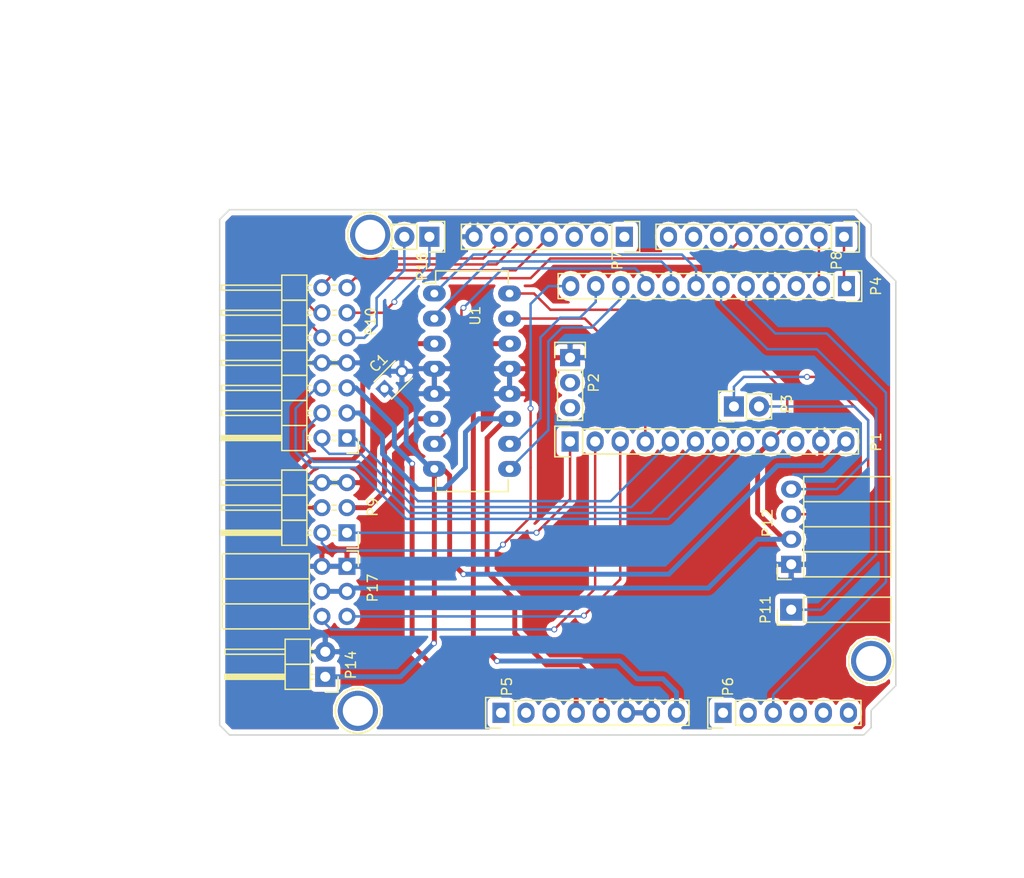
<source format=kicad_pcb>
(kicad_pcb (version 4) (host pcbnew 4.0.2-stable)
  (layers (0 F.Cu signal) (31 B.Cu signal) (34 B.Paste user) (35 F.Paste user) (36 B.SilkS user) (37 F.SilkS user) (38 B.Mask user) (39 F.Mask user) (44 Edge.Cuts user))
  (net 0 "")
  (net 1 VIN)
  (net 2 GND)
  (net 3 10PM)
  (net 4 A0U)
  (net 5 A1U)
  (net 6 A0PM)
  (net 7 A1PM)
  (net 8 A2PM)
  (net 9 A3PM)
  (net 10 VCCPM)
  (net 11 "Net-(P2-Pad2)")
  (net 12 "Net-(P2-Pad3)")
  (net 13 A4PM)
  (net 14 A5PM)
  (net 15 RX0U)
  (net 16 TX1U)
  (net 17 2PM)
  (net 18 3PM)
  (net 19 4PM)
  (net 20 5PM)
  (net 21 6PM)
  (net 22 7PM)
  (net 23 8PM)
  (net 24 9PM)
  (net 25 "Net-(P5-Pad1)")
  (net 26 "Net-(P5-Pad2)")
  (net 27 "Net-(P5-Pad3)")
  (net 28 3.3VU)
  (net 29 5VU)
  (net 30 VINU)
  (net 31 "Net-(P6-Pad4)")
  (net 32 SDAU)
  (net 33 SCLU)
  (net 34 "Net-(P7-Pad1)")
  (net 35 "Net-(P7-Pad2)")
  (net 36 "Net-(P7-Pad3)")
  (net 37 MOSIU)
  (net 38 MISOU)
  (net 39 CLKU)
  (net 40 "Net-(P8-Pad3)")
  (net 41 "Net-(P8-Pad4)")
  (net 42 SS)
  (net 43 "Net-(P8-Pad6)")
  (net 44 "Net-(P8-Pad7)")
  (net 45 "Net-(P8-Pad8)")
  (net 46 VM1)
  (net 47 VM2)
  (net 48 "Net-(P1-Pad10)")
  (net 49 "Net-(P4-Pad3)")
  (net 50 "Net-(P6-Pad5)")
  (net 51 "Net-(P6-Pad6)")
  (net 52 "Net-(P6-Pad1)")
  (net 53 "Net-(P6-Pad2)")
  (net 54 13PM)
  (module Socket_Strips:Socket_Strip_Angled_2x03 (layer F.Cu) (at 113.4 98.4 270)
    (fp_text reference P17 (at 2.2 -2.6 270) (layer F.SilkS))
    (fp_text value "")
    (pad 1 thru_hole rect (at 0 0 270) (size 1.7272 1.7272) (drill 1.016) (layers *.Cu *.Mask) (net 2 GND))
    (pad 2 thru_hole oval (at 0 2.54 270) (size 1.7272 1.7272) (drill 1.016) (layers *.Cu *.Mask) (net 2 GND))
    (pad 3 thru_hole oval (at 2.54 0 270) (size 1.7272 1.7272) (drill 1.016) (layers *.Cu *.Mask) (net 10 VCCPM))
    (pad 4 thru_hole oval (at 2.54 2.54 270) (size 1.7272 1.7272) (drill 1.016) (layers *.Cu *.Mask) (net 10 VCCPM))
    (pad 5 thru_hole oval (at 5.08 0 270) (size 1.7272 1.7272) (drill 1.016) (layers *.Cu *.Mask) (net 5 A1U))
    (pad 6 thru_hole oval (at 5.08 2.54 270) (size 1.7272 1.7272) (drill 1.016) (layers *.Cu *.Mask) (net 4 A0U))
  )
  (module Connectors:1pin (layer F.Cu) (at 166.5 108)
    (fp_text reference "" (at 7.1 -1) (layer F.SilkS))
    (fp_text value "")
    (pad 1 thru_hole circle (at 0 0) (size 4.064 4.064) (drill 3.048) (layers *.Cu *.Mask))
  )
  (module Pin_Headers:Pin_Header_Straight_1x12 (layer F.Cu) (at 164 70 270)
    (fp_text reference P4 (at 0 -3 270) (layer F.SilkS))
    (fp_text value "")
    (pad 1 thru_hole rect (at 0 0 270) (size 2.032 1.7272) (drill 1.016) (layers *.Cu *.Mask) (net 15 RX0U))
    (pad 2 thru_hole oval (at 0 2.54 270) (size 2.032 1.7272) (drill 1.016) (layers *.Cu *.Mask) (net 16 TX1U))
    (pad 3 thru_hole oval (at 0 5.08 270) (size 2.032 1.7272) (drill 1.016) (layers *.Cu *.Mask) (net 49 "Net-(P4-Pad3)"))
    (pad 4 thru_hole oval (at 0 7.62 270) (size 2.032 1.7272) (drill 1.016) (layers *.Cu *.Mask) (net 2 GND))
    (pad 5 thru_hole oval (at 0 10.16 270) (size 2.032 1.7272) (drill 1.016) (layers *.Cu *.Mask) (net 17 2PM))
    (pad 6 thru_hole oval (at 0 12.7 270) (size 2.032 1.7272) (drill 1.016) (layers *.Cu *.Mask) (net 18 3PM))
    (pad 7 thru_hole oval (at 0 15.24 270) (size 2.032 1.7272) (drill 1.016) (layers *.Cu *.Mask) (net 19 4PM))
    (pad 8 thru_hole oval (at 0 17.78 270) (size 2.032 1.7272) (drill 1.016) (layers *.Cu *.Mask) (net 20 5PM))
    (pad 9 thru_hole oval (at 0 20.32 270) (size 2.032 1.7272) (drill 1.016) (layers *.Cu *.Mask) (net 21 6PM))
    (pad 10 thru_hole oval (at 0 22.86 270) (size 2.032 1.7272) (drill 1.016) (layers *.Cu *.Mask) (net 22 7PM))
    (pad 11 thru_hole oval (at 0 25.4 270) (size 2.032 1.7272) (drill 1.016) (layers *.Cu *.Mask) (net 23 8PM))
    (pad 12 thru_hole oval (at 0 27.94 270) (size 2.032 1.7272) (drill 1.016) (layers *.Cu *.Mask) (net 24 9PM))
  )
  (module Capacitors_ThroughHole:C_Disc_D3_P2.5 (layer F.Cu) (at 117.2 80.4 45)
    (fp_text reference C1 (at 1.414214 -2.262742 45) (layer F.SilkS))
    (fp_text value 1uF)
    (pad 1 thru_hole rect (at 0 0 45) (size 1.3 1.3) (drill 0.8) (layers *.Cu *.Mask) (net 1 VIN))
    (pad 2 thru_hole circle (at 2.5 0 45) (size 1.3 1.3) (drill 0.8001) (layers *.Cu *.Mask) (net 2 GND))
  )
  (module Pin_Headers:Pin_Header_Straight_1x12 (layer F.Cu) (at 136 85.75 90)
    (fp_text reference P1 (at -0.05 31 90) (layer F.SilkS))
    (fp_text value "")
    (pad 1 thru_hole rect (at 0 0 90) (size 2.032 1.7272) (drill 1.016) (layers *.Cu *.Mask) (net 3 10PM))
    (pad 2 thru_hole oval (at 0 2.54 90) (size 2.032 1.7272) (drill 1.016) (layers *.Cu *.Mask) (net 4 A0U))
    (pad 3 thru_hole oval (at 0 5.08 90) (size 2.032 1.7272) (drill 1.016) (layers *.Cu *.Mask) (net 5 A1U))
    (pad 4 thru_hole oval (at 0 7.62 90) (size 2.032 1.7272) (drill 1.016) (layers *.Cu *.Mask) (net 54 13PM))
    (pad 5 thru_hole oval (at 0 10.16 90) (size 2.032 1.7272) (drill 1.016) (layers *.Cu *.Mask) (net 6 A0PM))
    (pad 6 thru_hole oval (at 0 12.7 90) (size 2.032 1.7272) (drill 1.016) (layers *.Cu *.Mask) (net 7 A1PM))
    (pad 7 thru_hole oval (at 0 15.24 90) (size 2.032 1.7272) (drill 1.016) (layers *.Cu *.Mask) (net 8 A2PM))
    (pad 8 thru_hole oval (at 0 17.78 90) (size 2.032 1.7272) (drill 1.016) (layers *.Cu *.Mask) (net 9 A3PM))
    (pad 9 thru_hole oval (at 0 20.32 90) (size 2.032 1.7272) (drill 1.016) (layers *.Cu *.Mask) (net 10 VCCPM))
    (pad 10 thru_hole oval (at 0 22.86 90) (size 2.032 1.7272) (drill 1.016) (layers *.Cu *.Mask) (net 48 "Net-(P1-Pad10)"))
    (pad 11 thru_hole oval (at 0 25.4 90) (size 2.032 1.7272) (drill 1.016) (layers *.Cu *.Mask) (net 2 GND))
    (pad 12 thru_hole oval (at 0 27.94 90) (size 2.032 1.7272) (drill 1.016) (layers *.Cu *.Mask) (net 1 VIN))
  )
  (module Pin_Headers:Pin_Header_Straight_1x03 (layer F.Cu) (at 136 77.25)
    (fp_text reference P2 (at 2.4 2.55 90) (layer F.SilkS))
    (fp_text value "")
    (pad 1 thru_hole rect (at 0 0) (size 2.032 1.7272) (drill 1.016) (layers *.Cu *.Mask) (net 2 GND))
    (pad 2 thru_hole oval (at 0 2.54) (size 2.032 1.7272) (drill 1.016) (layers *.Cu *.Mask) (net 11 "Net-(P2-Pad2)"))
    (pad 3 thru_hole oval (at 0 5.08) (size 2.032 1.7272) (drill 1.016) (layers *.Cu *.Mask) (net 12 "Net-(P2-Pad3)"))
  )
  (module Pin_Headers:Pin_Header_Straight_1x02 (layer F.Cu) (at 152.6 82.2 90)
    (fp_text reference P3 (at 0.25 5.35 90) (layer F.SilkS))
    (fp_text value "")
    (pad 1 thru_hole rect (at 0 0 90) (size 2.032 2.032) (drill 1.016) (layers *.Cu *.Mask) (net 13 A4PM))
    (pad 2 thru_hole oval (at 0 2.54 90) (size 2.032 2.032) (drill 1.016) (layers *.Cu *.Mask) (net 14 A5PM))
  )
  (module Pin_Headers:Pin_Header_Straight_1x08 (layer F.Cu) (at 129 113.25 90)
    (fp_text reference P5 (at 2.65 0.6 90) (layer F.SilkS))
    (fp_text value "")
    (pad 1 thru_hole rect (at 0 0 90) (size 2.032 1.7272) (drill 1.016) (layers *.Cu *.Mask) (net 25 "Net-(P5-Pad1)"))
    (pad 2 thru_hole oval (at 0 2.54 90) (size 2.032 1.7272) (drill 1.016) (layers *.Cu *.Mask) (net 26 "Net-(P5-Pad2)"))
    (pad 3 thru_hole oval (at 0 5.08 90) (size 2.032 1.7272) (drill 1.016) (layers *.Cu *.Mask) (net 27 "Net-(P5-Pad3)"))
    (pad 4 thru_hole oval (at 0 7.62 90) (size 2.032 1.7272) (drill 1.016) (layers *.Cu *.Mask) (net 28 3.3VU))
    (pad 5 thru_hole oval (at 0 10.16 90) (size 2.032 1.7272) (drill 1.016) (layers *.Cu *.Mask) (net 29 5VU))
    (pad 6 thru_hole oval (at 0 12.7 90) (size 2.032 1.7272) (drill 1.016) (layers *.Cu *.Mask) (net 2 GND))
    (pad 7 thru_hole oval (at 0 15.24 90) (size 2.032 1.7272) (drill 1.016) (layers *.Cu *.Mask) (net 2 GND))
    (pad 8 thru_hole oval (at 0 17.78 90) (size 2.032 1.7272) (drill 1.016) (layers *.Cu *.Mask) (net 30 VINU))
  )
  (module Pin_Headers:Pin_Header_Straight_1x06 (layer F.Cu) (at 151.5 113.25 90)
    (fp_text reference P6 (at 2.65 0.5 90) (layer F.SilkS))
    (fp_text value "")
    (pad 1 thru_hole rect (at 0 0 90) (size 2.032 1.7272) (drill 1.016) (layers *.Cu *.Mask) (net 52 "Net-(P6-Pad1)"))
    (pad 2 thru_hole oval (at 0 2.54 90) (size 2.032 1.7272) (drill 1.016) (layers *.Cu *.Mask) (net 53 "Net-(P6-Pad2)"))
    (pad 3 thru_hole oval (at 0 5.08 90) (size 2.032 1.7272) (drill 1.016) (layers *.Cu *.Mask) (net 17 2PM))
    (pad 4 thru_hole oval (at 0 7.62 90) (size 2.032 1.7272) (drill 1.016) (layers *.Cu *.Mask) (net 31 "Net-(P6-Pad4)"))
    (pad 5 thru_hole oval (at 0 10.16 90) (size 2.032 1.7272) (drill 1.016) (layers *.Cu *.Mask) (net 50 "Net-(P6-Pad5)"))
    (pad 6 thru_hole oval (at 0 12.7 90) (size 2.032 1.7272) (drill 1.016) (layers *.Cu *.Mask) (net 51 "Net-(P6-Pad6)"))
  )
  (module Pin_Headers:Pin_Header_Straight_1x07 (layer F.Cu) (at 141.5 65 270)
    (fp_text reference P7 (at 2.4 0.7 270) (layer F.SilkS))
    (fp_text value "")
    (pad 1 thru_hole rect (at 0 0 270) (size 2.032 1.7272) (drill 1.016) (layers *.Cu *.Mask) (net 34 "Net-(P7-Pad1)"))
    (pad 2 thru_hole oval (at 0 2.54 270) (size 2.032 1.7272) (drill 1.016) (layers *.Cu *.Mask) (net 35 "Net-(P7-Pad2)"))
    (pad 3 thru_hole oval (at 0 5.08 270) (size 2.032 1.7272) (drill 1.016) (layers *.Cu *.Mask) (net 36 "Net-(P7-Pad3)"))
    (pad 4 thru_hole oval (at 0 7.62 270) (size 2.032 1.7272) (drill 1.016) (layers *.Cu *.Mask) (net 37 MOSIU))
    (pad 5 thru_hole oval (at 0 10.16 270) (size 2.032 1.7272) (drill 1.016) (layers *.Cu *.Mask) (net 38 MISOU))
    (pad 6 thru_hole oval (at 0 12.7 270) (size 2.032 1.7272) (drill 1.016) (layers *.Cu *.Mask) (net 39 CLKU))
    (pad 7 thru_hole oval (at 0 15.24 270) (size 2.032 1.7272) (drill 1.016) (layers *.Cu *.Mask) (net 2 GND))
  )
  (module Pin_Headers:Pin_Header_Straight_1x08 (layer F.Cu) (at 163.75 65 270)
    (fp_text reference P8 (at 2.4 0.75 270) (layer F.SilkS))
    (fp_text value "")
    (pad 1 thru_hole rect (at 0 0 270) (size 2.032 1.7272) (drill 1.016) (layers *.Cu *.Mask) (net 15 RX0U))
    (pad 2 thru_hole oval (at 0 2.54 270) (size 2.032 1.7272) (drill 1.016) (layers *.Cu *.Mask) (net 16 TX1U))
    (pad 3 thru_hole oval (at 0 5.08 270) (size 2.032 1.7272) (drill 1.016) (layers *.Cu *.Mask) (net 40 "Net-(P8-Pad3)"))
    (pad 4 thru_hole oval (at 0 7.62 270) (size 2.032 1.7272) (drill 1.016) (layers *.Cu *.Mask) (net 41 "Net-(P8-Pad4)"))
    (pad 5 thru_hole oval (at 0 10.16 270) (size 2.032 1.7272) (drill 1.016) (layers *.Cu *.Mask) (net 42 SS))
    (pad 6 thru_hole oval (at 0 12.7 270) (size 2.032 1.7272) (drill 1.016) (layers *.Cu *.Mask) (net 43 "Net-(P8-Pad6)"))
    (pad 7 thru_hole oval (at 0 15.24 270) (size 2.032 1.7272) (drill 1.016) (layers *.Cu *.Mask) (net 44 "Net-(P8-Pad7)"))
    (pad 8 thru_hole oval (at 0 17.78 270) (size 2.032 1.7272) (drill 1.016) (layers *.Cu *.Mask) (net 45 "Net-(P8-Pad8)"))
  )
  (module Pin_Headers:Pin_Header_Angled_2x03 (layer F.Cu) (at 113.4 95 180)
    (fp_text reference P9 (at -2.6 2.6 270) (layer F.SilkS))
    (fp_text value "")
    (pad 1 thru_hole rect (at 0 0 180) (size 1.7272 1.7272) (drill 1.016) (layers *.Cu *.Mask) (net 3 10PM))
    (pad 2 thru_hole oval (at 2.54 0 180) (size 1.7272 1.7272) (drill 1.016) (layers *.Cu *.Mask) (net 24 9PM))
    (pad 3 thru_hole oval (at 0 2.54 180) (size 1.7272 1.7272) (drill 1.016) (layers *.Cu *.Mask) (net 46 VM1))
    (pad 4 thru_hole oval (at 2.54 2.54 180) (size 1.7272 1.7272) (drill 1.016) (layers *.Cu *.Mask) (net 47 VM2))
    (pad 5 thru_hole oval (at 0 5.08 180) (size 1.7272 1.7272) (drill 1.016) (layers *.Cu *.Mask) (net 2 GND))
    (pad 6 thru_hole oval (at 2.54 5.08 180) (size 1.7272 1.7272) (drill 1.016) (layers *.Cu *.Mask) (net 2 GND))
  )
  (module Pin_Headers:Pin_Header_Angled_2x07 (layer F.Cu) (at 113.4 85.4 180)
    (fp_text reference P10 (at -2.4 11.8 270) (layer F.SilkS))
    (fp_text value "")
    (pad 1 thru_hole rect (at 0 0 180) (size 1.7272 1.7272) (drill 1.016) (layers *.Cu *.Mask) (net 6 A0PM))
    (pad 2 thru_hole oval (at 2.54 0 180) (size 1.7272 1.7272) (drill 1.016) (layers *.Cu *.Mask) (net 7 A1PM))
    (pad 3 thru_hole oval (at 0 2.54 180) (size 1.7272 1.7272) (drill 1.016) (layers *.Cu *.Mask) (net 29 5VU))
    (pad 4 thru_hole oval (at 2.54 2.54 180) (size 1.7272 1.7272) (drill 1.016) (layers *.Cu *.Mask) (net 8 A2PM))
    (pad 5 thru_hole oval (at 0 5.08 180) (size 1.7272 1.7272) (drill 1.016) (layers *.Cu *.Mask) (net 28 3.3VU))
    (pad 6 thru_hole oval (at 2.54 5.08 180) (size 1.7272 1.7272) (drill 1.016) (layers *.Cu *.Mask) (net 9 A3PM))
    (pad 7 thru_hole oval (at 0 7.62 180) (size 1.7272 1.7272) (drill 1.016) (layers *.Cu *.Mask) (net 2 GND))
    (pad 8 thru_hole oval (at 2.54 7.62 180) (size 1.7272 1.7272) (drill 1.016) (layers *.Cu *.Mask) (net 2 GND))
    (pad 9 thru_hole oval (at 0 10.16 180) (size 1.7272 1.7272) (drill 1.016) (layers *.Cu *.Mask) (net 33 SCLU))
    (pad 10 thru_hole oval (at 2.54 10.16 180) (size 1.7272 1.7272) (drill 1.016) (layers *.Cu *.Mask) (net 39 CLKU))
    (pad 11 thru_hole oval (at 0 12.7 180) (size 1.7272 1.7272) (drill 1.016) (layers *.Cu *.Mask) (net 32 SDAU))
    (pad 12 thru_hole oval (at 2.54 12.7 180) (size 1.7272 1.7272) (drill 1.016) (layers *.Cu *.Mask) (net 38 MISOU))
    (pad 13 thru_hole oval (at 0 15.24 180) (size 1.7272 1.7272) (drill 1.016) (layers *.Cu *.Mask) (net 42 SS))
    (pad 14 thru_hole oval (at 2.54 15.24 180) (size 1.7272 1.7272) (drill 1.016) (layers *.Cu *.Mask) (net 37 MOSIU))
  )
  (module Pin_Headers:Pin_Header_Angled_1x02 (layer F.Cu) (at 111.2 109.6 180)
    (fp_text reference P14 (at -2.6 1.2 270) (layer F.SilkS))
    (fp_text value "")
    (pad 1 thru_hole rect (at 0 0 180) (size 2.032 2.032) (drill 1.016) (layers *.Cu *.Mask) (net 1 VIN))
    (pad 2 thru_hole oval (at 0 2.54 180) (size 2.032 2.032) (drill 1.016) (layers *.Cu *.Mask) (net 2 GND))
  )
  (module Housings_DIP:DIP-16_W7.62mm_LongPads (layer F.Cu) (at 122.25 70.75)
    (fp_text reference U1 (at 4.15 2.25 90) (layer F.SilkS))
    (fp_text value SN75441)
    (pad 1 thru_hole oval (at 0 0) (size 2.3 1.6) (drill 0.8) (layers *.Cu *.Mask) (net 19 4PM))
    (pad 2 thru_hole oval (at 0 2.54) (size 2.3 1.6) (drill 0.8) (layers *.Cu *.Mask) (net 20 5PM))
    (pad 3 thru_hole oval (at 0 5.08) (size 2.3 1.6) (drill 0.8) (layers *.Cu *.Mask) (net 47 VM2))
    (pad 4 thru_hole oval (at 0 7.62) (size 2.3 1.6) (drill 0.8) (layers *.Cu *.Mask) (net 2 GND))
    (pad 5 thru_hole oval (at 0 10.16) (size 2.3 1.6) (drill 0.8) (layers *.Cu *.Mask) (net 2 GND))
    (pad 6 thru_hole oval (at 0 12.7) (size 2.3 1.6) (drill 0.8) (layers *.Cu *.Mask) (net 46 VM1))
    (pad 7 thru_hole oval (at 0 15.24) (size 2.3 1.6) (drill 0.8) (layers *.Cu *.Mask) (net 21 6PM))
    (pad 8 thru_hole oval (at 0 17.78) (size 2.3 1.6) (drill 0.8) (layers *.Cu *.Mask) (net 1 VIN))
    (pad 9 thru_hole oval (at 7.62 17.78) (size 2.3 1.6) (drill 0.8) (layers *.Cu *.Mask) (net 22 7PM))
    (pad 10 thru_hole oval (at 7.62 15.24) (size 2.3 1.6) (drill 0.8) (layers *.Cu *.Mask) (net 23 8PM))
    (pad 11 thru_hole oval (at 7.62 12.7) (size 2.3 1.6) (drill 0.8) (layers *.Cu *.Mask) (net 29 5VU))
    (pad 12 thru_hole oval (at 7.62 10.16) (size 2.3 1.6) (drill 0.8) (layers *.Cu *.Mask) (net 2 GND))
    (pad 13 thru_hole oval (at 7.62 7.62) (size 2.3 1.6) (drill 0.8) (layers *.Cu *.Mask) (net 2 GND))
    (pad 14 thru_hole oval (at 7.62 5.08) (size 2.3 1.6) (drill 0.8) (layers *.Cu *.Mask) (net 30 VINU))
    (pad 15 thru_hole oval (at 7.62 2.54) (size 2.3 1.6) (drill 0.8) (layers *.Cu *.Mask) (net 54 13PM))
    (pad 16 thru_hole oval (at 7.62 0) (size 2.3 1.6) (drill 0.8) (layers *.Cu *.Mask) (net 10 VCCPM))
  )
  (module Pin_Headers:Pin_Header_Straight_1x02 (layer F.Cu) (at 121.75 65 270)
    (fp_text reference P16 (at 3 0.75 270) (layer F.SilkS))
    (fp_text value "")
    (pad 1 thru_hole rect (at 0 0 270) (size 2.032 2.032) (drill 1.016) (layers *.Cu *.Mask) (net 32 SDAU))
    (pad 2 thru_hole oval (at 0 2.54 270) (size 2.032 2.032) (drill 1.016) (layers *.Cu *.Mask) (net 33 SCLU))
  )
  (module Connectors:1pin (layer F.Cu) (at 115.75 64.8)
    (fp_text reference "" (at -3.95 2.6) (layer F.SilkS))
    (fp_text value "")
    (pad 1 thru_hole circle (at 0 0) (size 4.064 4.064) (drill 3.048) (layers *.Cu *.Mask))
  )
  (module Connectors:1pin (layer F.Cu) (at 114.5 113.05)
    (fp_text reference "" (at 0 -3.048) (layer F.SilkS))
    (fp_text value "")
    (pad 1 thru_hole circle (at 0 0) (size 4.064 4.064) (drill 3.048) (layers *.Cu *.Mask))
  )
  (module Socket_Strips:Socket_Strip_Angled_1x04 (layer F.Cu) (at 158.4 98.2 90)
    (fp_text reference P12 (at 4.2 -2.4 90) (layer F.SilkS))
    (fp_text value "")
    (pad 1 thru_hole rect (at 0 0 90) (size 1.7272 2.032) (drill 1.016) (layers *.Cu *.Mask) (net 2 GND))
    (pad 2 thru_hole oval (at 2.54 0 90) (size 1.7272 2.032) (drill 1.016) (layers *.Cu *.Mask) (net 10 VCCPM))
    (pad 3 thru_hole oval (at 5.08 0 90) (size 1.7272 2.032) (drill 1.016) (layers *.Cu *.Mask) (net 13 A4PM))
    (pad 4 thru_hole oval (at 7.62 0 90) (size 1.7272 2.032) (drill 1.016) (layers *.Cu *.Mask) (net 14 A5PM))
  )
  (module Socket_Strips:Socket_Strip_Angled_1x01 (layer F.Cu) (at 158.4 102.8 90)
    (fp_text reference P11 (at 0 -2.6 90) (layer F.SilkS))
    (fp_text value "")
    (pad 1 thru_hole rect (at 0 0 90) (size 2.2352 2.2352) (drill 1.016) (layers *.Cu *.Mask) (net 18 3PM))
  )
  (gr_line (start 101.5 62.25) (end 165 62.25) (angle 90) (layer Edge.Cuts) (width 0.15))
  (gr_line (start 100.5 63.25) (end 101.5 62.25) (angle 90) (layer Edge.Cuts) (width 0.15))
  (gr_line (start 100.5 114.5) (end 100.5 63.25) (angle 90) (layer Edge.Cuts) (width 0.15))
  (gr_line (start 101.5 115.5) (end 100.5 114.5) (angle 90) (layer Edge.Cuts) (width 0.15))
  (gr_line (start 165.75 115.5) (end 101.5 115.5) (angle 90) (layer Edge.Cuts) (width 0.15))
  (gr_line (start 166.5 114.75) (end 165.75 115.5) (angle 90) (layer Edge.Cuts) (width 0.15))
  (gr_line (start 166.5 113) (end 166.5 114.75) (angle 90) (layer Edge.Cuts) (width 0.15))
  (gr_line (start 169 110.5) (end 166.5 113) (angle 90) (layer Edge.Cuts) (width 0.15))
  (gr_line (start 169 69.5) (end 169 110.5) (angle 90) (layer Edge.Cuts) (width 0.15))
  (gr_line (start 166.5 67) (end 169 69.5) (angle 90) (layer Edge.Cuts) (width 0.15))
  (gr_line (start 166.5 63.75) (end 166.5 67) (angle 90) (layer Edge.Cuts) (width 0.15))
  (gr_line (start 165 62.25) (end 166.5 63.75) (angle 90) (layer Edge.Cuts) (width 0.15))
  (segment (start 117.2 80.4) (end 117.4 80.4) (width 0.5) (layer B.Cu) (net 1))
  (segment (start 117.4 80.4) (end 119.4 82.4) (width 0.5) (layer B.Cu) (net 1))
  (segment (start 119.4 82.4) (end 119.4 86) (width 0.5) (layer B.Cu) (net 1))
  (segment (start 119.4 86) (end 121.93 88.53) (width 0.5) (layer B.Cu) (net 1))
  (segment (start 121.93 88.53) (end 122.25 88.53) (width 0.5) (layer B.Cu) (net 1))
  (segment (start 122.25 88.53) (end 122.13 88.53) (width 0.25) (layer B.Cu) (net 1))
  (segment (start 122.25 88.53) (end 123.13 88.53) (width 0.5) (layer F.Cu) (net 1))
  (segment (start 123.13 88.53) (end 123.8 89.2) (width 0.5) (layer F.Cu) (net 1))
  (segment (start 161.49 88.2) (end 163.94 85.75) (width 0.5) (layer B.Cu) (net 1))
  (segment (start 157 88.2) (end 161.49 88.2) (width 0.5) (layer B.Cu) (net 1))
  (segment (start 146 99.2) (end 157 88.2) (width 0.5) (layer B.Cu) (net 1))
  (segment (start 125.2 99.2) (end 146 99.2) (width 0.5) (layer B.Cu) (net 1))
  (via (at 125.2 99.2) (size 0.6) (drill 0.4) (layers F.Cu B.Cu) (net 1))
  (segment (start 123.8 97.8) (end 125.2 99.2) (width 0.5) (layer F.Cu) (net 1))
  (segment (start 123.8 89.2) (end 123.8 97.8) (width 0.5) (layer F.Cu) (net 1))
  (segment (start 121.93 88.53) (end 122.25 88.53) (width 0.25) (layer B.Cu) (net 1))
  (segment (start 122.25 88.53) (end 122.25 106.15) (width 0.5) (layer F.Cu) (net 1))
  (segment (start 118.8 109.6) (end 111.2 109.6) (width 0.5) (layer B.Cu) (net 1))
  (segment (start 122.2 106.2) (end 118.8 109.6) (width 0.5) (layer B.Cu) (net 1))
  (via (at 122.2 106.2) (size 0.6) (drill 0.4) (layers F.Cu B.Cu) (net 1))
  (segment (start 122.25 106.15) (end 122.2 106.2) (width 0.5) (layer F.Cu) (net 1))
  (segment (start 122.25 88.53) (end 121.93 88.53) (width 0.5) (layer B.Cu) (net 1))
  (segment (start 136 85.75) (end 136 91.6) (width 0.25) (layer F.Cu) (net 3))
  (segment (start 132.6 95) (end 113.4 95) (width 0.25) (layer B.Cu) (net 3))
  (via (at 132.6 95) (size 0.6) (drill 0.4) (layers F.Cu B.Cu) (net 3))
  (segment (start 136 91.6) (end 132.6 95) (width 0.25) (layer F.Cu) (net 3))
  (segment (start 138.54 85.75) (end 138.54 100.66) (width 0.25) (layer F.Cu) (net 4))
  (segment (start 111.8 104.8) (end 110.86 103.86) (width 0.25) (layer B.Cu) (net 4))
  (segment (start 116.2 104.8) (end 111.8 104.8) (width 0.25) (layer B.Cu) (net 4))
  (segment (start 134.4 104.8) (end 116.2 104.8) (width 0.25) (layer B.Cu) (net 4))
  (via (at 134.4 104.8) (size 0.6) (drill 0.4) (layers F.Cu B.Cu) (net 4))
  (segment (start 138.54 100.66) (end 134.4 104.8) (width 0.25) (layer F.Cu) (net 4))
  (segment (start 110.86 103.86) (end 110.86 103.48) (width 0.25) (layer B.Cu) (net 4))
  (segment (start 141.08 85.75) (end 141.08 99.72) (width 0.25) (layer F.Cu) (net 5))
  (segment (start 137.32 103.48) (end 113.4 103.48) (width 0.25) (layer B.Cu) (net 5))
  (segment (start 137.4 103.4) (end 137.32 103.48) (width 0.25) (layer B.Cu) (net 5))
  (via (at 137.4 103.4) (size 0.6) (drill 0.4) (layers F.Cu B.Cu) (net 5))
  (segment (start 141.08 99.72) (end 137.4 103.4) (width 0.25) (layer F.Cu) (net 5))
  (segment (start 113.4 85.4) (end 114.2 85.4) (width 0.25) (layer B.Cu) (net 6))
  (segment (start 114.2 85.4) (end 120.6 91.8) (width 0.25) (layer B.Cu) (net 6))
  (segment (start 120.6 91.8) (end 140.11 91.8) (width 0.25) (layer B.Cu) (net 6))
  (segment (start 140.11 91.8) (end 146.16 85.75) (width 0.25) (layer B.Cu) (net 6))
  (segment (start 146.16 85.75) (end 146.16 85.84) (width 0.25) (layer B.Cu) (net 6))
  (segment (start 110.86 86.26) (end 110.86 85.4) (width 0.25) (layer B.Cu) (net 7))
  (segment (start 111.6 87) (end 110.86 86.26) (width 0.25) (layer B.Cu) (net 7))
  (segment (start 114.8 87) (end 111.6 87) (width 0.25) (layer B.Cu) (net 7))
  (segment (start 120.2 92.4) (end 114.8 87) (width 0.25) (layer B.Cu) (net 7))
  (segment (start 142.2 92.4) (end 120.2 92.4) (width 0.25) (layer B.Cu) (net 7))
  (segment (start 148.7 85.9) (end 142.2 92.4) (width 0.25) (layer B.Cu) (net 7))
  (segment (start 148.7 85.75) (end 148.7 85.9) (width 0.25) (layer B.Cu) (net 7))
  (segment (start 110.86 85.4) (end 110.86 86.06) (width 0.25) (layer B.Cu) (net 7))
  (segment (start 148.7 85.75) (end 148.65 85.75) (width 0.25) (layer B.Cu) (net 7))
  (segment (start 110.86 85.4) (end 110.86 85.66) (width 0.25) (layer B.Cu) (net 7))
  (segment (start 110.86 86.26) (end 110.86 85.4) (width 0.25) (layer B.Cu) (net 7))
  (segment (start 148.7 85.75) (end 148.7 85.9) (width 0.25) (layer B.Cu) (net 7))
  (segment (start 151.24 85.75) (end 151.24 85.96) (width 0.25) (layer B.Cu) (net 8))
  (segment (start 151.24 85.96) (end 144.2 93) (width 0.25) (layer B.Cu) (net 8))
  (segment (start 109 84.72) (end 110.86 82.86) (width 0.25) (layer B.Cu) (net 8))
  (segment (start 109 86.8) (end 109 84.72) (width 0.25) (layer B.Cu) (net 8))
  (segment (start 110 87.8) (end 109 86.8) (width 0.25) (layer B.Cu) (net 8))
  (segment (start 114.6 87.8) (end 110 87.8) (width 0.25) (layer B.Cu) (net 8))
  (segment (start 119.8 93) (end 114.6 87.8) (width 0.25) (layer B.Cu) (net 8))
  (segment (start 144.2 93) (end 119.8 93) (width 0.25) (layer B.Cu) (net 8))
  (segment (start 110.86 82.86) (end 110.34 82.86) (width 0.25) (layer B.Cu) (net 8))
  (segment (start 151.24 85.75) (end 151.24 85.76) (width 0.25) (layer B.Cu) (net 8))
  (segment (start 110.86 80.32) (end 110.28 80.32) (width 0.25) (layer B.Cu) (net 9))
  (segment (start 110.28 80.32) (end 108.2 82.4) (width 0.25) (layer B.Cu) (net 9))
  (segment (start 108.2 82.4) (end 108.2 86.8) (width 0.25) (layer B.Cu) (net 9))
  (segment (start 108.2 86.8) (end 109.8 88.4) (width 0.25) (layer B.Cu) (net 9))
  (segment (start 109.8 88.4) (end 114.2 88.4) (width 0.25) (layer B.Cu) (net 9))
  (segment (start 114.2 88.4) (end 119.4 93.6) (width 0.25) (layer B.Cu) (net 9))
  (segment (start 119.4 93.6) (end 145.93 93.6) (width 0.25) (layer B.Cu) (net 9))
  (segment (start 145.93 93.6) (end 153.78 85.75) (width 0.25) (layer B.Cu) (net 9))
  (segment (start 153.78 85.75) (end 153.78 86.02) (width 0.25) (layer B.Cu) (net 9))
  (segment (start 156.32 85.75) (end 156.32 85.68) (width 0.25) (layer F.Cu) (net 10))
  (segment (start 156.32 85.68) (end 158 84) (width 0.25) (layer F.Cu) (net 10))
  (segment (start 132.35 70.75) (end 129.87 70.75) (width 0.25) (layer F.Cu) (net 10))
  (segment (start 134 72.4) (end 132.35 70.75) (width 0.25) (layer F.Cu) (net 10))
  (segment (start 149.4 72.4) (end 134 72.4) (width 0.25) (layer F.Cu) (net 10))
  (segment (start 158 81) (end 149.4 72.4) (width 0.25) (layer F.Cu) (net 10))
  (segment (start 158 84) (end 158 81) (width 0.25) (layer F.Cu) (net 10))
  (segment (start 158.4 95.66) (end 157.66 95.66) (width 0.5) (layer F.Cu) (net 10))
  (segment (start 157.66 95.66) (end 155 93) (width 0.5) (layer F.Cu) (net 10))
  (segment (start 155 87.07) (end 156.32 85.75) (width 0.5) (layer F.Cu) (net 10))
  (segment (start 155 93) (end 155 87.07) (width 0.5) (layer F.Cu) (net 10))
  (segment (start 110.86 100.94) (end 113.4 100.94) (width 0.5) (layer B.Cu) (net 10))
  (segment (start 113.4 100.94) (end 113.74 100.6) (width 0.5) (layer B.Cu) (net 10))
  (segment (start 113.74 100.6) (end 150 100.6) (width 0.5) (layer B.Cu) (net 10))
  (segment (start 150 100.6) (end 154.94 95.66) (width 0.5) (layer B.Cu) (net 10))
  (segment (start 154.94 95.66) (end 158.4 95.66) (width 0.5) (layer B.Cu) (net 10))
  (segment (start 113.4 100.94) (end 113.54 100.8) (width 0.25) (layer B.Cu) (net 10))
  (segment (start 152.6 82.2) (end 152.6 80.2) (width 0.25) (layer B.Cu) (net 13))
  (segment (start 163.28 93.12) (end 158.4 93.12) (width 0.25) (layer F.Cu) (net 13))
  (segment (start 166.2 90.2) (end 163.28 93.12) (width 0.25) (layer F.Cu) (net 13))
  (segment (start 166.2 83.6) (end 166.2 90.2) (width 0.25) (layer F.Cu) (net 13))
  (segment (start 161.8 79.2) (end 166.2 83.6) (width 0.25) (layer F.Cu) (net 13))
  (segment (start 160 79.2) (end 161.8 79.2) (width 0.25) (layer F.Cu) (net 13))
  (via (at 160 79.2) (size 0.6) (drill 0.4) (layers F.Cu B.Cu) (net 13))
  (segment (start 153.6 79.2) (end 160 79.2) (width 0.25) (layer B.Cu) (net 13))
  (segment (start 152.6 80.2) (end 153.6 79.2) (width 0.25) (layer B.Cu) (net 13))
  (segment (start 155.14 82.2) (end 164.8 82.2) (width 0.25) (layer B.Cu) (net 14))
  (segment (start 163.02 90.58) (end 158.4 90.58) (width 0.25) (layer B.Cu) (net 14))
  (segment (start 166.2 87.4) (end 163.02 90.58) (width 0.25) (layer B.Cu) (net 14))
  (segment (start 166.2 83.6) (end 166.2 87.4) (width 0.25) (layer B.Cu) (net 14))
  (segment (start 164.8 82.2) (end 166.2 83.6) (width 0.25) (layer B.Cu) (net 14))
  (segment (start 163.75 65) (end 163.75 69.75) (width 0.25) (layer F.Cu) (net 15))
  (segment (start 163.75 69.75) (end 164 70) (width 0.25) (layer F.Cu) (net 15))
  (segment (start 161.21 65) (end 161.21 69.75) (width 0.25) (layer F.Cu) (net 16))
  (segment (start 161.21 69.75) (end 161.46 70) (width 0.25) (layer F.Cu) (net 16))
  (segment (start 161.46 70) (end 161.46 69.71) (width 0.25) (layer F.Cu) (net 16))
  (segment (start 161.25 69.79) (end 161.46 70) (width 0.25) (layer F.Cu) (net 16))
  (segment (start 156.58 113.25) (end 156.58 111.42) (width 0.25) (layer B.Cu) (net 17))
  (segment (start 153.84 71.84) (end 153.84 70) (width 0.25) (layer B.Cu) (net 17))
  (segment (start 156.8 74.8) (end 153.84 71.84) (width 0.25) (layer B.Cu) (net 17))
  (segment (start 162 74.8) (end 156.8 74.8) (width 0.25) (layer B.Cu) (net 17))
  (segment (start 168 80.8) (end 162 74.8) (width 0.25) (layer B.Cu) (net 17))
  (segment (start 168 100) (end 168 80.8) (width 0.25) (layer B.Cu) (net 17))
  (segment (start 156.58 111.42) (end 168 100) (width 0.25) (layer B.Cu) (net 17))
  (segment (start 153.84 70) (end 153.84 70.59) (width 0.25) (layer B.Cu) (net 17))
  (segment (start 156.58 112.42) (end 156.58 113.25) (width 0.25) (layer B.Cu) (net 17))
  (segment (start 151.3 70) (end 151.3 71.7) (width 0.25) (layer B.Cu) (net 18))
  (segment (start 161.4 102.8) (end 158.4 102.8) (width 0.25) (layer B.Cu) (net 18))
  (segment (start 167 97.2) (end 161.4 102.8) (width 0.25) (layer B.Cu) (net 18))
  (segment (start 167 82.4) (end 167 97.2) (width 0.25) (layer B.Cu) (net 18))
  (segment (start 161 76.4) (end 167 82.4) (width 0.25) (layer B.Cu) (net 18))
  (segment (start 156 76.4) (end 161 76.4) (width 0.25) (layer B.Cu) (net 18))
  (segment (start 151.3 71.7) (end 156 76.4) (width 0.25) (layer B.Cu) (net 18))
  (segment (start 151.3 70) (end 151.5 70) (width 0.25) (layer B.Cu) (net 18))
  (segment (start 148.76 70) (end 148.76 68.24) (width 0.25) (layer B.Cu) (net 19))
  (segment (start 126.2 66.8) (end 122.25 70.75) (width 0.25) (layer B.Cu) (net 19))
  (segment (start 147.32 66.8) (end 126.2 66.8) (width 0.25) (layer B.Cu) (net 19))
  (segment (start 148.76 68.24) (end 147.32 66.8) (width 0.25) (layer B.Cu) (net 19))
  (segment (start 122.25 70.75) (end 122.25 70.25) (width 0.25) (layer B.Cu) (net 19))
  (segment (start 122.25 70.75) (end 122.75 70.75) (width 0.25) (layer B.Cu) (net 19))
  (segment (start 122.25 73.29) (end 122.25 73) (width 0.25) (layer B.Cu) (net 20))
  (segment (start 122.25 73) (end 127.75 67.5) (width 0.25) (layer B.Cu) (net 20))
  (segment (start 146.22 68.47) (end 146.22 70) (width 0.25) (layer B.Cu) (net 20))
  (segment (start 145.25 67.5) (end 146.22 68.47) (width 0.25) (layer B.Cu) (net 20))
  (segment (start 127.75 67.5) (end 145.25 67.5) (width 0.25) (layer B.Cu) (net 20))
  (segment (start 122.25 73.29) (end 122.71 73.29) (width 0.25) (layer B.Cu) (net 20))
  (segment (start 143.68 70) (end 143.68 69.28) (width 0.25) (layer B.Cu) (net 21))
  (segment (start 143.68 69.28) (end 142.6 68.2) (width 0.25) (layer B.Cu) (net 21))
  (segment (start 142.6 68.2) (end 129.2 68.2) (width 0.25) (layer B.Cu) (net 21))
  (segment (start 129.2 68.2) (end 125.2 72.2) (width 0.25) (layer B.Cu) (net 21))
  (via (at 125.2 72.2) (size 0.6) (drill 0.4) (layers F.Cu B.Cu) (net 21))
  (segment (start 125.2 72.2) (end 125 72.4) (width 0.25) (layer F.Cu) (net 21))
  (segment (start 125 72.4) (end 125 83.24) (width 0.25) (layer F.Cu) (net 21))
  (segment (start 125 83.24) (end 122.25 85.99) (width 0.25) (layer F.Cu) (net 21))
  (segment (start 141.14 70) (end 141.14 71.26) (width 0.25) (layer B.Cu) (net 22))
  (segment (start 133.8 84.6) (end 129.87 88.53) (width 0.25) (layer B.Cu) (net 22))
  (segment (start 133.8 75.6) (end 133.8 84.6) (width 0.25) (layer B.Cu) (net 22))
  (segment (start 135.2 74.2) (end 133.8 75.6) (width 0.25) (layer B.Cu) (net 22))
  (segment (start 138.2 74.2) (end 135.2 74.2) (width 0.25) (layer B.Cu) (net 22))
  (segment (start 141.14 71.26) (end 138.2 74.2) (width 0.25) (layer B.Cu) (net 22))
  (segment (start 141.14 70) (end 141 70) (width 0.25) (layer B.Cu) (net 22))
  (segment (start 129.87 88.53) (end 129.97 88.53) (width 0.25) (layer B.Cu) (net 22))
  (segment (start 129.87 85.99) (end 130.41 85.99) (width 0.25) (layer B.Cu) (net 23))
  (segment (start 130.41 85.99) (end 133 83.4) (width 0.25) (layer B.Cu) (net 23))
  (segment (start 138.6 71.6) (end 138.6 70) (width 0.25) (layer B.Cu) (net 23))
  (segment (start 137 73.2) (end 138.6 71.6) (width 0.25) (layer B.Cu) (net 23))
  (segment (start 135 73.2) (end 137 73.2) (width 0.25) (layer B.Cu) (net 23))
  (segment (start 133 75.2) (end 135 73.2) (width 0.25) (layer B.Cu) (net 23))
  (segment (start 133 83.4) (end 133 75.2) (width 0.25) (layer B.Cu) (net 23))
  (segment (start 130.81 85.99) (end 129.87 85.99) (width 0.25) (layer B.Cu) (net 23))
  (segment (start 129.87 85.99) (end 130.01 85.99) (width 0.25) (layer B.Cu) (net 23))
  (segment (start 136.06 70) (end 133.8 70) (width 0.25) (layer B.Cu) (net 24))
  (segment (start 110.86 96.06) (end 110.86 95) (width 0.25) (layer B.Cu) (net 24))
  (segment (start 111.6 96.8) (end 110.86 96.06) (width 0.25) (layer B.Cu) (net 24))
  (segment (start 128.6 96.8) (end 111.6 96.8) (width 0.25) (layer B.Cu) (net 24))
  (segment (start 129.2 96.2) (end 128.6 96.8) (width 0.25) (layer B.Cu) (net 24))
  (via (at 129.2 96.2) (size 0.6) (drill 0.4) (layers F.Cu B.Cu) (net 24))
  (segment (start 132 93.4) (end 129.2 96.2) (width 0.25) (layer F.Cu) (net 24))
  (segment (start 132 88.4) (end 132 93.4) (width 0.25) (layer F.Cu) (net 24))
  (segment (start 132 82.4) (end 132 88.4) (width 0.25) (layer F.Cu) (net 24))
  (via (at 132 82.4) (size 0.6) (drill 0.4) (layers F.Cu B.Cu) (net 24))
  (segment (start 132 71.8) (end 132 82.4) (width 0.25) (layer B.Cu) (net 24))
  (segment (start 133.8 70) (end 132 71.8) (width 0.25) (layer B.Cu) (net 24))
  (segment (start 136.06 70) (end 136.06 70.34) (width 0.25) (layer B.Cu) (net 24))
  (segment (start 110.86 95.66) (end 110.86 95) (width 0.25) (layer B.Cu) (net 24))
  (segment (start 113.4 80.32) (end 114.32 80.32) (width 0.5) (layer B.Cu) (net 28))
  (segment (start 136.62 111.42) (end 136.62 113.25) (width 0.5) (layer F.Cu) (net 28))
  (segment (start 135 109.8) (end 136.62 111.42) (width 0.5) (layer F.Cu) (net 28))
  (segment (start 123.4 109.8) (end 135 109.8) (width 0.5) (layer F.Cu) (net 28))
  (segment (start 120 106.4) (end 123.4 109.8) (width 0.5) (layer F.Cu) (net 28))
  (segment (start 120 88) (end 120 106.4) (width 0.5) (layer F.Cu) (net 28))
  (via (at 120 88) (size 0.6) (drill 0.4) (layers F.Cu B.Cu) (net 28))
  (segment (start 118.2 86.2) (end 120 88) (width 0.5) (layer B.Cu) (net 28))
  (segment (start 118.2 84.2) (end 118.2 86.2) (width 0.5) (layer B.Cu) (net 28))
  (segment (start 114.32 80.32) (end 118.2 84.2) (width 0.5) (layer B.Cu) (net 28))
  (segment (start 136.62 113.25) (end 136.62 112.62) (width 0.5) (layer F.Cu) (net 28))
  (segment (start 129.87 83.45) (end 129.55 83.45) (width 0.5) (layer F.Cu) (net 29))
  (segment (start 129.55 83.45) (end 127.6 85.4) (width 0.5) (layer F.Cu) (net 29))
  (segment (start 139.16 110.56) (end 139.16 113.25) (width 0.5) (layer F.Cu) (net 29))
  (segment (start 137 108.4) (end 139.16 110.56) (width 0.5) (layer F.Cu) (net 29))
  (segment (start 133.6 108.4) (end 137 108.4) (width 0.5) (layer F.Cu) (net 29))
  (segment (start 130.4 105.2) (end 133.6 108.4) (width 0.5) (layer F.Cu) (net 29))
  (segment (start 130.4 101.8) (end 130.4 105.2) (width 0.5) (layer F.Cu) (net 29))
  (segment (start 127.6 99) (end 130.4 101.8) (width 0.5) (layer F.Cu) (net 29))
  (segment (start 127.6 85.4) (end 127.6 99) (width 0.5) (layer F.Cu) (net 29))
  (segment (start 113.4 82.86) (end 114.66 82.86) (width 0.5) (layer B.Cu) (net 29))
  (segment (start 126.75 83.45) (end 129.87 83.45) (width 0.5) (layer B.Cu) (net 29))
  (segment (start 125.4 84.8) (end 126.75 83.45) (width 0.5) (layer B.Cu) (net 29))
  (segment (start 125.4 88.4) (end 125.4 84.8) (width 0.5) (layer B.Cu) (net 29))
  (segment (start 123.2 90.6) (end 125.4 88.4) (width 0.5) (layer B.Cu) (net 29))
  (segment (start 120.6 90.6) (end 123.2 90.6) (width 0.5) (layer B.Cu) (net 29))
  (segment (start 117 87) (end 120.6 90.6) (width 0.5) (layer B.Cu) (net 29))
  (segment (start 117 85.2) (end 117 87) (width 0.5) (layer B.Cu) (net 29))
  (segment (start 114.66 82.86) (end 117 85.2) (width 0.5) (layer B.Cu) (net 29))
  (segment (start 113.4 82.86) (end 113.4 83) (width 0.5) (layer B.Cu) (net 29))
  (segment (start 139.41 113.16) (end 139.41 113.25) (width 0.3) (layer B.Cu) (net 29))
  (segment (start 139.41 113.25) (end 139.41 113.16) (width 0.3) (layer B.Cu) (net 29))
  (segment (start 139.41 113.25) (end 139.41 112.91) (width 0.3) (layer B.Cu) (net 29))
  (segment (start 139.5 113.16) (end 139.41 113.25) (width 0.3) (layer B.Cu) (net 29))
  (segment (start 129.87 83.45) (end 129.15 83.45) (width 0.5) (layer F.Cu) (net 29))
  (segment (start 129.87 83.45) (end 129.3 83.45) (width 0.5) (layer B.Cu) (net 29))
  (segment (start 129.87 75.83) (end 127.77 75.83) (width 0.5) (layer F.Cu) (net 30))
  (segment (start 146.78 111.18) (end 146.78 113.25) (width 0.5) (layer B.Cu) (net 30))
  (segment (start 145.4 109.8) (end 146.78 111.18) (width 0.5) (layer B.Cu) (net 30))
  (segment (start 142.8 109.8) (end 145.4 109.8) (width 0.5) (layer B.Cu) (net 30))
  (segment (start 141 108) (end 142.8 109.8) (width 0.5) (layer B.Cu) (net 30))
  (segment (start 128.6 108) (end 141 108) (width 0.5) (layer B.Cu) (net 30))
  (via (at 128.6 108) (size 0.6) (drill 0.4) (layers F.Cu B.Cu) (net 30))
  (segment (start 126.2 105.6) (end 128.6 108) (width 0.5) (layer F.Cu) (net 30))
  (segment (start 126.2 77.4) (end 126.2 105.6) (width 0.5) (layer F.Cu) (net 30))
  (segment (start 127.77 75.83) (end 126.2 77.4) (width 0.5) (layer F.Cu) (net 30))
  (segment (start 121.75 65) (end 121.75 67.85) (width 0.25) (layer B.Cu) (net 32))
  (segment (start 117.1 72.7) (end 113.4 72.7) (width 0.25) (layer F.Cu) (net 32))
  (segment (start 118.2 71.6) (end 117.1 72.7) (width 0.25) (layer F.Cu) (net 32))
  (via (at 118.2 71.6) (size 0.6) (drill 0.4) (layers F.Cu B.Cu) (net 32))
  (segment (start 118.2 71.4) (end 118.2 71.6) (width 0.25) (layer B.Cu) (net 32))
  (segment (start 121.75 67.85) (end 118.2 71.4) (width 0.25) (layer B.Cu) (net 32))
  (segment (start 119.21 65) (end 119.21 68.39) (width 0.25) (layer B.Cu) (net 33))
  (segment (start 115.16 75.24) (end 113.4 75.24) (width 0.25) (layer B.Cu) (net 33))
  (segment (start 116.4 74) (end 115.16 75.24) (width 0.25) (layer B.Cu) (net 33))
  (segment (start 116.4 71.2) (end 116.4 74) (width 0.25) (layer B.Cu) (net 33))
  (segment (start 119.21 68.39) (end 116.4 71.2) (width 0.25) (layer B.Cu) (net 33))
  (segment (start 113.44 75.2) (end 113.4 75.24) (width 0.25) (layer B.Cu) (net 33))
  (segment (start 110.86 70.16) (end 110.86 69.94) (width 0.25) (layer F.Cu) (net 37))
  (segment (start 110.86 69.94) (end 112.4 68.4) (width 0.25) (layer F.Cu) (net 37))
  (segment (start 112.4 68.4) (end 130.48 68.4) (width 0.25) (layer F.Cu) (net 37))
  (segment (start 130.48 68.4) (end 133.88 65) (width 0.25) (layer F.Cu) (net 37))
  (segment (start 110.86 72.7) (end 110.3 72.7) (width 0.25) (layer F.Cu) (net 38))
  (segment (start 110.3 72.7) (end 109.2 71.6) (width 0.25) (layer F.Cu) (net 38))
  (segment (start 109.2 71.6) (end 109.2 69.6) (width 0.25) (layer F.Cu) (net 38))
  (segment (start 109.2 69.6) (end 111 67.8) (width 0.25) (layer F.Cu) (net 38))
  (segment (start 111 67.8) (end 128.54 67.8) (width 0.25) (layer F.Cu) (net 38))
  (segment (start 128.54 67.8) (end 131.34 65) (width 0.25) (layer F.Cu) (net 38))
  (segment (start 130.84 65) (end 130.84 65.41) (width 0.25) (layer F.Cu) (net 38))
  (segment (start 130.84 65) (end 130.84 65.16) (width 0.25) (layer B.Cu) (net 38))
  (segment (start 110.86 75.24) (end 110.86 75.06) (width 0.25) (layer F.Cu) (net 39))
  (segment (start 110.86 75.06) (end 108.2 72.4) (width 0.25) (layer F.Cu) (net 39))
  (segment (start 108.2 72.4) (end 108.2 69.4) (width 0.25) (layer F.Cu) (net 39))
  (segment (start 108.2 69.4) (end 110.4 67.2) (width 0.25) (layer F.Cu) (net 39))
  (segment (start 110.4 67.2) (end 127.2 67.2) (width 0.25) (layer F.Cu) (net 39))
  (segment (start 127.2 67.2) (end 128.8 65.6) (width 0.25) (layer F.Cu) (net 39))
  (segment (start 128.8 65.6) (end 128.8 65) (width 0.25) (layer F.Cu) (net 39))
  (segment (start 113.4 70.16) (end 113.4 70) (width 0.25) (layer F.Cu) (net 42))
  (segment (start 113.4 70) (end 114.2 69.2) (width 0.25) (layer F.Cu) (net 42))
  (segment (start 114.2 69.2) (end 132 69.2) (width 0.25) (layer F.Cu) (net 42))
  (segment (start 132 69.2) (end 134 67.2) (width 0.25) (layer F.Cu) (net 42))
  (segment (start 134 67.2) (end 151.39 67.2) (width 0.25) (layer F.Cu) (net 42))
  (segment (start 151.39 67.2) (end 153.59 65) (width 0.25) (layer F.Cu) (net 42))
  (segment (start 153.59 65) (end 153.59 65.91) (width 0.25) (layer F.Cu) (net 42))
  (segment (start 113.4 92.46) (end 115.54 92.46) (width 0.5) (layer F.Cu) (net 46))
  (segment (start 120.35 83.45) (end 122.25 83.45) (width 0.5) (layer F.Cu) (net 46))
  (segment (start 117.2 86.6) (end 120.35 83.45) (width 0.5) (layer F.Cu) (net 46))
  (segment (start 117.2 90.8) (end 117.2 86.6) (width 0.5) (layer F.Cu) (net 46))
  (segment (start 115.54 92.46) (end 117.2 90.8) (width 0.5) (layer F.Cu) (net 46))
  (segment (start 121.3 83.45) (end 122.25 83.45) (width 0.25) (layer B.Cu) (net 46))
  (segment (start 122.25 75.83) (end 117.77 75.83) (width 0.5) (layer F.Cu) (net 47))
  (segment (start 109.06 92.46) (end 110.86 92.46) (width 0.5) (layer F.Cu) (net 47))
  (segment (start 108.2 91.6) (end 109.06 92.46) (width 0.5) (layer F.Cu) (net 47))
  (segment (start 108.2 89.2) (end 108.2 91.6) (width 0.5) (layer F.Cu) (net 47))
  (segment (start 109.8 87.6) (end 108.2 89.2) (width 0.5) (layer F.Cu) (net 47))
  (segment (start 114 87.6) (end 109.8 87.6) (width 0.5) (layer F.Cu) (net 47))
  (segment (start 115 86.6) (end 114 87.6) (width 0.5) (layer F.Cu) (net 47))
  (segment (start 115 78.6) (end 115 86.6) (width 0.5) (layer F.Cu) (net 47))
  (segment (start 117.77 75.83) (end 115 78.6) (width 0.5) (layer F.Cu) (net 47))
  (segment (start 122.25 75.83) (end 121.67 75.83) (width 0.5) (layer B.Cu) (net 47))
  (segment (start 129.87 73.29) (end 137.49 73.29) (width 0.25) (layer F.Cu) (net 54))
  (segment (start 143.62 79.42) (end 143.62 85.75) (width 0.25) (layer F.Cu) (net 54))
  (segment (start 137.49 73.29) (end 143.62 79.42) (width 0.25) (layer F.Cu) (net 54))
  (zone (net 2) (net_name GND) (layer F.Cu) (connect_pads (clearance 0.508)) (min_thickness 0.254) (fill yes (arc_segments 16) (thermal_gap 0.508) (thermal_bridge_width 0.508))
    (polygon (pts (xy 171.75 54.25) (xy 182 77.5) (xy 168 130) (xy 104 123.5) (xy 78.25 96.75) (xy 91.5 53) (xy 135.75 41)))
  )
  (zone (net 2) (net_name GND) (layer B.Cu) (connect_pads (clearance 0.508)) (min_thickness 0.254) (fill yes (arc_segments 16) (thermal_gap 0.508) (thermal_bridge_width 0.508))
    (polygon (pts (xy 181.5 78.25) (xy 171.75 54) (xy 135.5 41.25) (xy 90.5 52.5) (xy 78.75 96.75) (xy 104.75 124) (xy 168.25 129.25)))
  )
)
</source>
